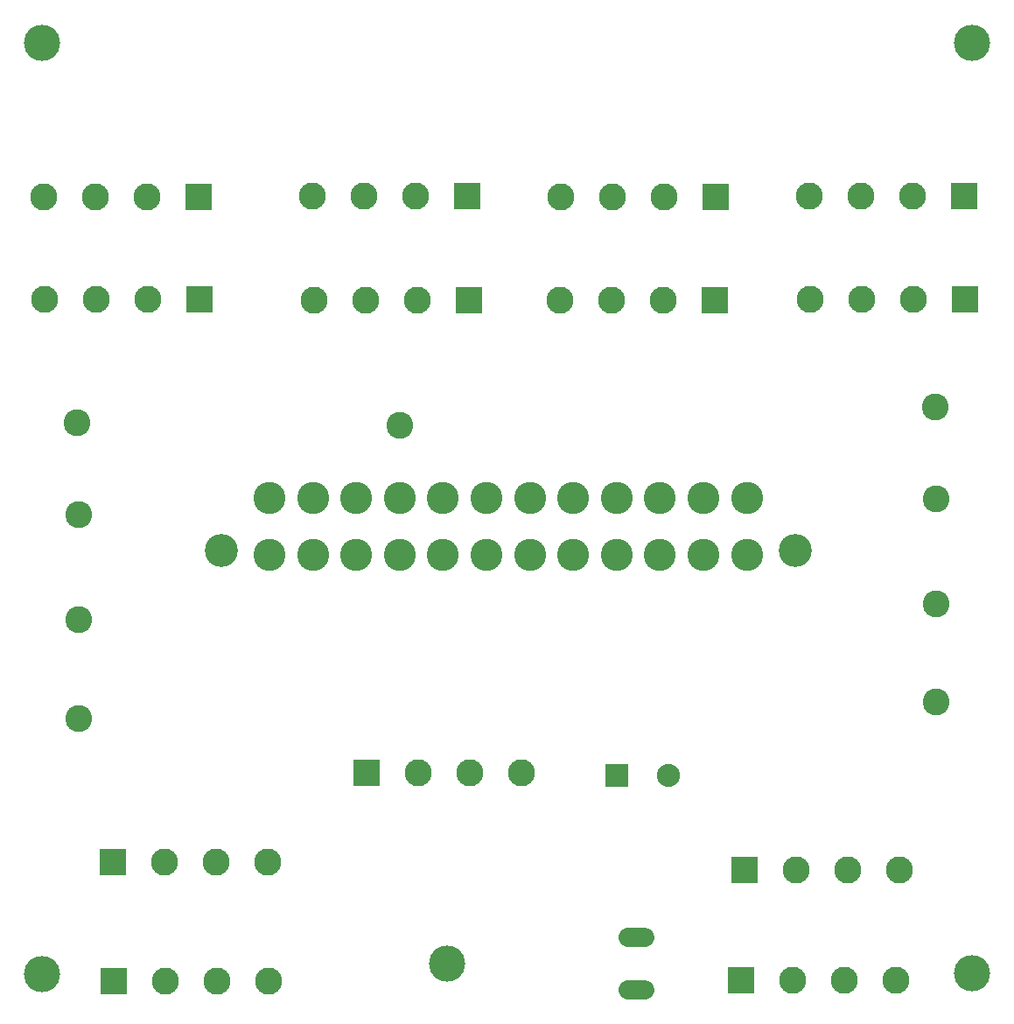
<source format=gbs>
G75*
G70*
%OFA0B0*%
%FSLAX24Y24*%
%IPPOS*%
%LPD*%
%AMOC8*
5,1,8,0,0,1.08239X$1,22.5*
%
%ADD10C,0.1222*%
%ADD11C,0.1261*%
%ADD12R,0.1030X0.1030*%
%ADD13C,0.1030*%
%ADD14R,0.0880X0.0880*%
%ADD15C,0.0880*%
%ADD16C,0.0740*%
%ADD17C,0.1380*%
%ADD18C,0.1025*%
D10*
X010726Y018209D03*
X012380Y018209D03*
X014033Y018209D03*
X015687Y018209D03*
X017340Y018209D03*
X018994Y018209D03*
X020647Y018209D03*
X022301Y018209D03*
X023954Y018209D03*
X025608Y018209D03*
X027261Y018209D03*
X028915Y018209D03*
X028915Y020374D03*
X027261Y020374D03*
X025608Y020374D03*
X023954Y020374D03*
X022301Y020374D03*
X020647Y020374D03*
X018994Y020374D03*
X017340Y020374D03*
X015687Y020374D03*
X014033Y020374D03*
X012380Y020374D03*
X010726Y020374D03*
D11*
X008876Y018390D03*
X030765Y018390D03*
D12*
X027691Y027913D03*
X027718Y031850D03*
X037183Y031894D03*
X037218Y027961D03*
X018320Y027929D03*
X018269Y031882D03*
X008033Y031850D03*
X008049Y027957D03*
X014411Y009921D03*
X004765Y006528D03*
X004793Y002000D03*
X028702Y002016D03*
X028809Y006205D03*
D13*
X030777Y006205D03*
X032746Y006205D03*
X034714Y006205D03*
X034608Y002016D03*
X032639Y002016D03*
X030671Y002016D03*
X020317Y009921D03*
X018348Y009921D03*
X016380Y009921D03*
X010671Y006528D03*
X008702Y006528D03*
X006734Y006528D03*
X006761Y002000D03*
X008730Y002000D03*
X010698Y002000D03*
X012415Y027929D03*
X014383Y027929D03*
X016352Y027929D03*
X016301Y031882D03*
X014332Y031882D03*
X012364Y031882D03*
X006065Y031850D03*
X004096Y031850D03*
X002128Y031850D03*
X002143Y027957D03*
X004112Y027957D03*
X006080Y027957D03*
X021785Y027913D03*
X023754Y027913D03*
X025722Y027913D03*
X025750Y031850D03*
X023781Y031850D03*
X021813Y031850D03*
X031277Y031894D03*
X033246Y031894D03*
X035214Y031894D03*
X035250Y027961D03*
X033281Y027961D03*
X031313Y027961D03*
D14*
X023950Y009831D03*
D15*
X025919Y009831D03*
D16*
X025036Y003650D02*
X024376Y003650D01*
X024376Y001650D02*
X025036Y001650D01*
D17*
X002069Y002252D03*
X017506Y002650D03*
X037502Y002291D03*
X037502Y037724D03*
X002069Y037724D03*
D18*
X003400Y023242D03*
X003450Y019742D03*
X003450Y015742D03*
X003450Y011992D03*
X015691Y023157D03*
X036078Y023868D03*
X036128Y020368D03*
X036128Y016368D03*
X036128Y012618D03*
M02*

</source>
